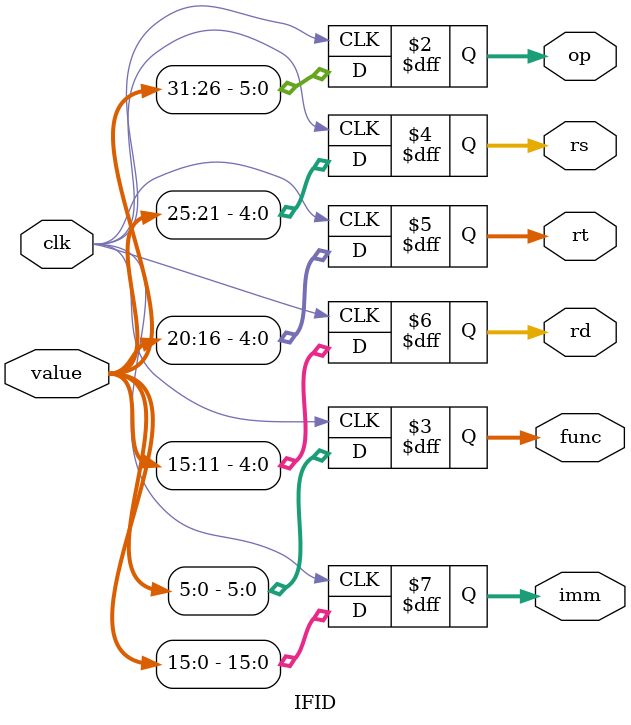
<source format=v>
`timescale 1ns / 1ps


module IFID(clk,value,op,func,rs,rt,rd,imm);
    input [31:0] value;
    input clk;
    output reg [5:0] op,func;
    output reg [4:0] rs,rt,rd;
    output reg [15:0] imm;
    
    always @(posedge clk)
    begin
    op <= value[31:26];
    rs <= value[25:21];
    rt <= value[20:16];
    rd <= value[15:11];
    func <= value[5:0];
    imm <= value[15:0];

    end
endmodule

</source>
